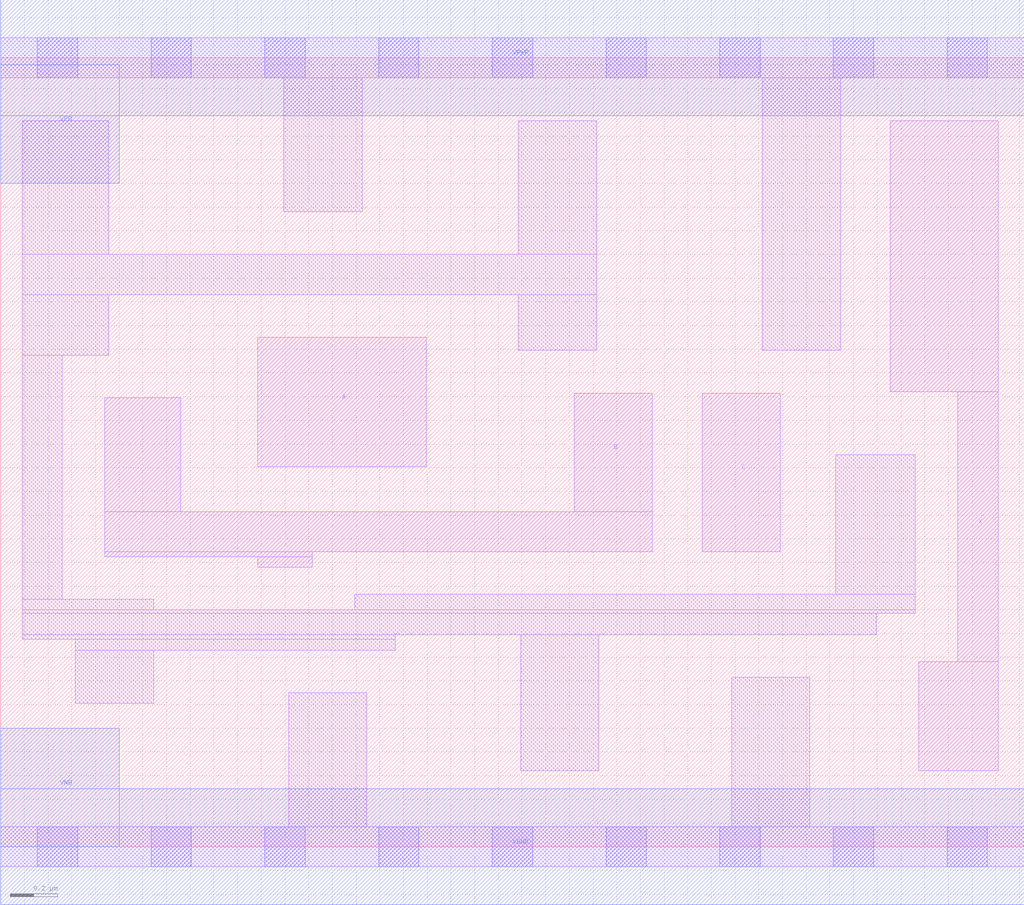
<source format=lef>
# Copyright 2020 The SkyWater PDK Authors
#
# Licensed under the Apache License, Version 2.0 (the "License");
# you may not use this file except in compliance with the License.
# You may obtain a copy of the License at
#
#     https://www.apache.org/licenses/LICENSE-2.0
#
# Unless required by applicable law or agreed to in writing, software
# distributed under the License is distributed on an "AS IS" BASIS,
# WITHOUT WARRANTIES OR CONDITIONS OF ANY KIND, either express or implied.
# See the License for the specific language governing permissions and
# limitations under the License.
#
# SPDX-License-Identifier: Apache-2.0

VERSION 5.5 ;
NAMESCASESENSITIVE ON ;
BUSBITCHARS "[]" ;
DIVIDERCHAR "/" ;
MACRO sky130_fd_sc_lp__maj3_lp
  CLASS CORE ;
  SOURCE USER ;
  ORIGIN  0.000000  0.000000 ;
  SIZE  4.320000 BY  3.330000 ;
  SYMMETRY X Y R90 ;
  SITE unit ;
  PIN A
    ANTENNAGATEAREA  0.626000 ;
    DIRECTION INPUT ;
    USE SIGNAL ;
    PORT
      LAYER li1 ;
        RECT 1.085000 1.605000 1.795000 2.150000 ;
    END
  END A
  PIN B
    ANTENNAGATEAREA  0.626000 ;
    DIRECTION INPUT ;
    USE SIGNAL ;
    PORT
      LAYER li1 ;
        RECT 0.440000 1.225000 1.315000 1.245000 ;
        RECT 0.440000 1.245000 2.750000 1.415000 ;
        RECT 0.440000 1.415000 0.760000 1.895000 ;
        RECT 1.085000 1.180000 1.315000 1.225000 ;
        RECT 2.420000 1.415000 2.750000 1.915000 ;
    END
  END B
  PIN C
    ANTENNAGATEAREA  0.626000 ;
    DIRECTION INPUT ;
    USE SIGNAL ;
    PORT
      LAYER li1 ;
        RECT 2.960000 1.245000 3.290000 1.915000 ;
    END
  END C
  PIN X
    ANTENNADIFFAREA  0.404700 ;
    DIRECTION OUTPUT ;
    USE SIGNAL ;
    PORT
      LAYER li1 ;
        RECT 3.755000 1.920000 4.210000 3.065000 ;
        RECT 3.875000 0.320000 4.210000 0.780000 ;
        RECT 4.040000 0.780000 4.210000 1.920000 ;
    END
  END X
  PIN VGND
    DIRECTION INOUT ;
    USE GROUND ;
    PORT
      LAYER met1 ;
        RECT 0.000000 -0.245000 4.320000 0.245000 ;
    END
  END VGND
  PIN VNB
    DIRECTION INOUT ;
    USE GROUND ;
    PORT
      LAYER met1 ;
        RECT 0.000000 0.000000 0.500000 0.500000 ;
    END
  END VNB
  PIN VPB
    DIRECTION INOUT ;
    USE POWER ;
    PORT
      LAYER met1 ;
        RECT 0.000000 2.800000 0.500000 3.300000 ;
    END
  END VPB
  PIN VPWR
    DIRECTION INOUT ;
    USE POWER ;
    PORT
      LAYER met1 ;
        RECT 0.000000 3.085000 4.320000 3.575000 ;
    END
  END VPWR
  OBS
    LAYER li1 ;
      RECT 0.000000 -0.085000 4.320000 0.085000 ;
      RECT 0.000000  3.245000 4.320000 3.415000 ;
      RECT 0.090000  0.875000 1.665000 0.895000 ;
      RECT 0.090000  0.895000 3.695000 0.985000 ;
      RECT 0.090000  0.985000 3.860000 1.000000 ;
      RECT 0.090000  1.000000 0.645000 1.045000 ;
      RECT 0.090000  1.045000 0.260000 2.075000 ;
      RECT 0.090000  2.075000 0.455000 2.330000 ;
      RECT 0.090000  2.330000 2.515000 2.500000 ;
      RECT 0.090000  2.500000 0.455000 3.065000 ;
      RECT 0.315000  0.605000 0.645000 0.830000 ;
      RECT 0.315000  0.830000 1.665000 0.875000 ;
      RECT 1.195000  2.680000 1.525000 3.245000 ;
      RECT 1.215000  0.085000 1.545000 0.650000 ;
      RECT 1.495000  1.000000 3.860000 1.065000 ;
      RECT 2.185000  2.095000 2.515000 2.330000 ;
      RECT 2.185000  2.500000 2.515000 3.065000 ;
      RECT 2.195000  0.320000 2.525000 0.895000 ;
      RECT 3.085000  0.085000 3.415000 0.715000 ;
      RECT 3.215000  2.095000 3.545000 3.245000 ;
      RECT 3.525000  1.065000 3.860000 1.655000 ;
    LAYER mcon ;
      RECT 0.155000 -0.085000 0.325000 0.085000 ;
      RECT 0.155000  3.245000 0.325000 3.415000 ;
      RECT 0.635000 -0.085000 0.805000 0.085000 ;
      RECT 0.635000  3.245000 0.805000 3.415000 ;
      RECT 1.115000 -0.085000 1.285000 0.085000 ;
      RECT 1.115000  3.245000 1.285000 3.415000 ;
      RECT 1.595000 -0.085000 1.765000 0.085000 ;
      RECT 1.595000  3.245000 1.765000 3.415000 ;
      RECT 2.075000 -0.085000 2.245000 0.085000 ;
      RECT 2.075000  3.245000 2.245000 3.415000 ;
      RECT 2.555000 -0.085000 2.725000 0.085000 ;
      RECT 2.555000  3.245000 2.725000 3.415000 ;
      RECT 3.035000 -0.085000 3.205000 0.085000 ;
      RECT 3.035000  3.245000 3.205000 3.415000 ;
      RECT 3.515000 -0.085000 3.685000 0.085000 ;
      RECT 3.515000  3.245000 3.685000 3.415000 ;
      RECT 3.995000 -0.085000 4.165000 0.085000 ;
      RECT 3.995000  3.245000 4.165000 3.415000 ;
  END
END sky130_fd_sc_lp__maj3_lp
END LIBRARY

</source>
